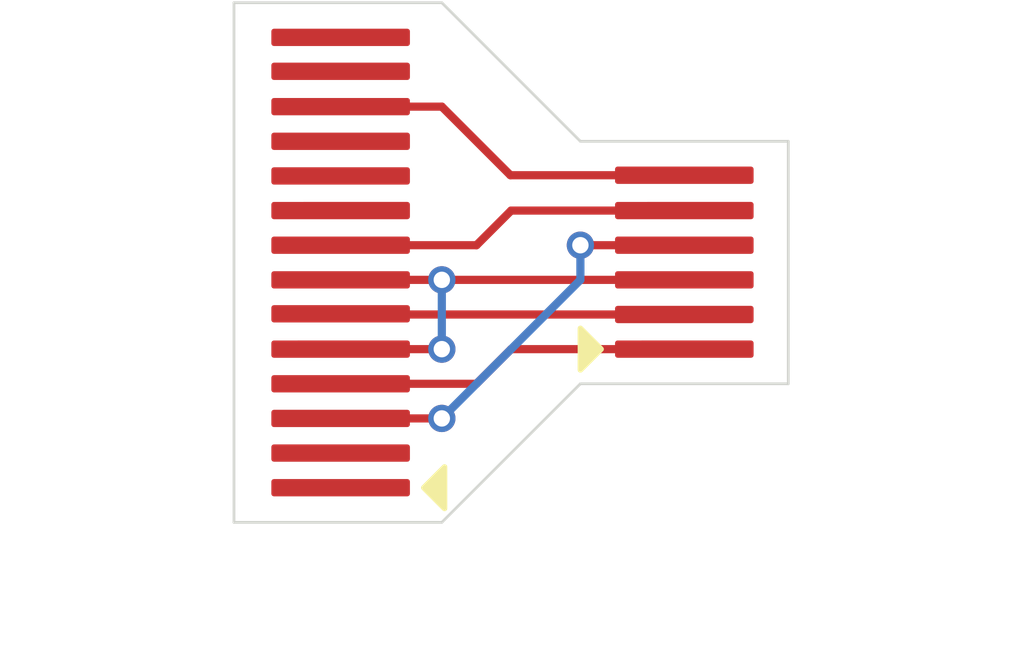
<source format=kicad_pcb>
(kicad_pcb (version 20241229) (generator "pcbnew") (generator_version "9.0")
  (layers (0 "F.Cu" signal) (2 "B.Cu" signal) (13 "F.Paste" user) (15 "B.Paste" user) (5 "F.SilkS" user "F.Silkscreen") (7 "B.SilkS" user "B.Silkscreen") (1 "F.Mask" user) (3 "B.Mask" user) (25 "Edge.Cuts" user))
  (net 0 "")
  (net 1 "/SWO")
  (net 2 "/SWCLK")
  (net 3 "/SWDIO")
  (net 4 "/GND")
  (net 5 "/VDD")
  (net 6 "/NRST")
  (footprint "Bluesat:IDC14-pad" (layer "F.Cu") (at 1.955 0.635)
    (property "Reference" "J102" (hide yes))
    (property "Value" "Conn_01x14_Pin")
    (fp_poly (pts (xy 1.905 7.874) (xy 1.905 8.636) (xy 1.524 8.255)) (stroke (width 0.1)) (fill yes) (layer "F.SilkS"))
    (pad "1" smd roundrect (at 0 8.255) (size 2.54 0.3175) (layers "F.Cu" "F.Mask" "F.Paste") (roundrect_rratio 0.15))
    (pad "2" smd roundrect (at 0 7.62) (size 2.54 0.3175) (layers "F.Cu" "F.Mask" "F.Paste") (roundrect_rratio 0.15))
    (pad "3" smd roundrect (at 0 6.985) (size 2.54 0.3175) (layers "F.Cu" "F.Mask" "F.Paste") (roundrect_rratio 0.15) (net 5 "/VDD"))
    (pad "4" smd roundrect (at 0 6.35) (size 2.54 0.3175) (layers "F.Cu" "F.Mask" "F.Paste") (roundrect_rratio 0.15) (net 3 "/SWDIO"))
    (pad "5" smd roundrect (at 0 5.715) (size 2.54 0.3175) (layers "F.Cu" "F.Mask" "F.Paste") (roundrect_rratio 0.15) (net 4 "/GND"))
    (pad "6" smd roundrect (at 0 5.067135) (size 2.54 0.3175) (layers "F.Cu" "F.Mask" "F.Paste") (roundrect_rratio 0.15) (net 2 "/SWCLK"))
    (pad "7" smd roundrect (at 0 4.445) (size 2.54 0.3175) (layers "F.Cu" "F.Mask" "F.Paste") (roundrect_rratio 0.15) (net 4 "/GND"))
    (pad "8" smd roundrect (at 0 3.81) (size 2.54 0.3175) (layers "F.Cu" "F.Mask" "F.Paste") (roundrect_rratio 0.15) (net 1 "/SWO"))
    (pad "9" smd roundrect (at 0 3.175) (size 2.54 0.3175) (layers "F.Cu" "F.Mask" "F.Paste") (roundrect_rratio 0.15))
    (pad "10" smd roundrect (at 0 2.54) (size 2.54 0.3175) (layers "F.Cu" "F.Mask" "F.Paste") (roundrect_rratio 0.15))
    (pad "11" smd roundrect (at 0 1.905) (size 2.54 0.3175) (layers "F.Cu" "F.Mask" "F.Paste") (roundrect_rratio 0.15))
    (pad "12" smd roundrect (at 0 1.27) (size 2.54 0.3175) (layers "F.Cu" "F.Mask" "F.Paste") (roundrect_rratio 0.15) (net 6 "/NRST"))
    (pad "13" smd roundrect (at 0 0.622135) (size 2.54 0.3175) (layers "F.Cu" "F.Mask" "F.Paste") (roundrect_rratio 0.15))
    (pad "14" smd roundrect (at 0 0) (size 2.54 0.3175) (layers "F.Cu" "F.Mask" "F.Paste") (roundrect_rratio 0.15))
  )
  (footprint "Bluesat:IDC6-pad" (layer "F.Cu") (at 8.255 3.175)
    (property "Reference" "J101" (hide yes))
    (property "Value" "Conn_01x06_Pin")
    (fp_poly (pts (xy -1.905 3.556) (xy -1.905 2.794) (xy -1.524 3.175)) (stroke (width 0.1)) (fill yes) (layer "F.SilkS"))
    (pad "1" smd roundrect (at 0 3.175) (size 2.54 0.3175) (layers "F.Cu" "F.Mask" "F.Paste") (roundrect_rratio 0.15) (net 3 "/SWDIO"))
    (pad "2" smd roundrect (at 0 2.54) (size 2.54 0.3175) (layers "F.Cu" "F.Mask" "F.Paste") (roundrect_rratio 0.15) (net 2 "/SWCLK"))
    (pad "3" smd roundrect (at 0 1.905) (size 2.54 0.3175) (layers "F.Cu" "F.Mask" "F.Paste") (roundrect_rratio 0.15) (net 4 "/GND"))
    (pad "4" smd roundrect (at 0 1.27) (size 2.54 0.3175) (layers "F.Cu" "F.Mask" "F.Paste") (roundrect_rratio 0.15) (net 5 "/VDD"))
    (pad "5" smd roundrect (at 0 0.635) (size 2.54 0.3175) (layers "F.Cu" "F.Mask" "F.Paste") (roundrect_rratio 0.15) (net 1 "/SWO"))
    (pad "6" smd roundrect (at 0 -0.012865) (size 2.54 0.3175) (layers "F.Cu" "F.Mask" "F.Paste") (roundrect_rratio 0.15) (net 6 "/NRST"))
  )
  (gr_line (start 0 9.525) (end 0 0) (stroke (width 0.05)) (layer "Edge.Cuts"))
  (gr_line (start 10.16 2.54) (end 10.16 6.985) (stroke (width 0.05)) (layer "Edge.Cuts"))
  (gr_line (start 6.35 2.54) (end 3.81 0) (stroke (width 0.05)) (layer "Edge.Cuts"))
  (gr_line (start 0 0) (end 3.81 0) (stroke (width 0.05)) (layer "Edge.Cuts"))
  (gr_line (start 3.81 9.525) (end 0 9.525) (stroke (width 0.05)) (layer "Edge.Cuts"))
  (gr_line (start 6.35 6.985) (end 3.81 9.525) (stroke (width 0.05)) (layer "Edge.Cuts"))
  (gr_line (start 6.35 2.54) (end 10.16 2.54) (stroke (width 0.05)) (layer "Edge.Cuts"))
  (gr_line (start 10.16 6.985) (end 6.35 6.985) (stroke (width 0.05)) (layer "Edge.Cuts"))
  (segment (start 7.62 3.81) (end 5.08 3.81) (width 0.15) (layer "F.Cu") (net 1))
  (segment (start 5.08 3.81) (end 4.445 4.445) (width 0.15) (layer "F.Cu") (net 1))
  (segment (start 4.445 4.445) (end 1.905 4.445) (width 0.15) (layer "F.Cu") (net 1))
  (segment (start 7.62 5.715) (end 1.905 5.715) (width 0.15) (layer "F.Cu") (net 2))
  (segment (start 7.62 6.35) (end 5.08 6.35) (width 0.15) (layer "F.Cu") (net 3))
  (segment (start 4.445 6.985) (end 1.905 6.985) (width 0.15) (layer "F.Cu") (net 3))
  (segment (start 5.08 6.35) (end 4.445 6.985) (width 0.15) (layer "F.Cu") (net 3))
  (segment (start 7.62 5.08) (end 3.81 5.08) (width 0.15) (layer "F.Cu") (net 4))
  (segment (start 3.81 5.08) (end 1.905 5.08) (width 0.15) (layer "F.Cu") (net 4))
  (segment (start 1.905 6.35) (end 3.81 6.35) (width 0.15) (layer "F.Cu") (net 4))
  (via (at 3.81 6.35) (size 0.5) (drill 0.3) (layers "F.Cu" "B.Cu") (net 4))
  (via (at 3.81 5.08) (size 0.5) (drill 0.3) (layers "F.Cu" "B.Cu") (net 4))
  (segment (start 3.81 5.08) (end 3.81 6.35) (width 0.15) (layer "B.Cu") (net 4))
  (segment (start 1.905 7.62) (end 3.81 7.62) (width 0.15) (layer "F.Cu") (net 5))
  (segment (start 7.62 4.445) (end 6.35 4.445) (width 0.15) (layer "F.Cu") (net 5))
  (via (at 6.35 4.445) (size 0.5) (drill 0.3) (layers "F.Cu" "B.Cu") (net 5))
  (via (at 3.81 7.62) (size 0.5) (drill 0.3) (layers "F.Cu" "B.Cu") (net 5))
  (segment (start 6.35 4.445) (end 6.35 5.08) (width 0.15) (layer "B.Cu") (net 5))
  (segment (start 6.35 5.08) (end 3.81 7.62) (width 0.15) (layer "B.Cu") (net 5))
  (segment (start 5.067135 3.162135) (end 3.81 1.905) (width 0.15) (layer "F.Cu") (net 6))
  (segment (start 7.62 3.162135) (end 5.067135 3.162135) (width 0.15) (layer "F.Cu") (net 6))
  (segment (start 3.81 1.905) (end 1.905 1.905) (width 0.15) (layer "F.Cu") (net 6))
)
</source>
